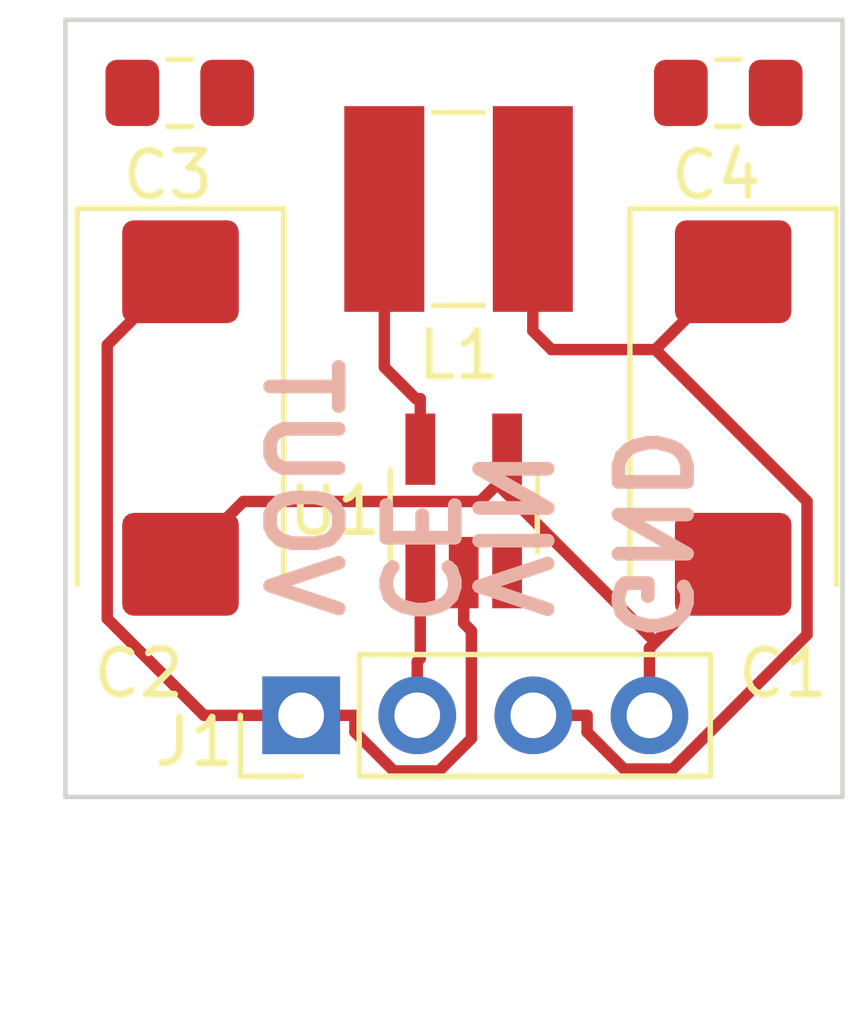
<source format=kicad_pcb>
(kicad_pcb (version 20211014) (generator pcbnew)
  (layers (0 "F.Cu" signal) (31 "B.Cu" signal) (34 "B.Paste" user) (35 "F.Paste" user) (36 "B.SilkS" user "B.Silkscreen") (37 "F.SilkS" user "F.Silkscreen") (38 "B.Mask" user) (39 "F.Mask" user) (44 "Edge.Cuts" user))
  (net 0 "")
  (net 1 "Net-(C1-Pad1)")
  (net 3 "GND")
  (net 4 "Net-(C2-Pad1)")
  (net 5 "Net-(J1-Pad2)")
  (net 6 "Net-(L1-Pad2)")
  (footprint "Connector_PinHeader_2.54mm:PinHeader_1x04_P2.54mm_Vertical" (layer "F.Cu") (at 105.156 115.216 90)
    (fp_text reference "J1" (at -0.584 -2.33) (layer "F.SilkS"))
    (fp_text value "Conn_01x04_Male")
    (fp_line (start -1.33 1.27) (end 1.33 1.27) (layer "F.SilkS") (width 0.12))
    (fp_line (start -1.33 -1.33) (end 0 -1.33) (layer "F.SilkS") (width 0.12))
    (fp_line (start 1.33 1.27) (end 1.33 8.95) (layer "F.SilkS") (width 0.12))
    (fp_line (start -1.33 8.95) (end 1.33 8.95) (layer "F.SilkS") (width 0.12))
    (fp_line (start -1.33 1.27) (end -1.33 8.95) (layer "F.SilkS") (width 0.12))
    (fp_line (start -1.33 0) (end -1.33 -1.33) (layer "F.SilkS") (width 0.12))
    (pad "1" thru_hole rect (at 0 0 90) (size 1.7 1.7) (drill 1) (layers *.Cu *.Mask) (net 4 "Net-(C2-Pad1)"))
    (pad "2" thru_hole oval (at 0 2.54 90) (size 1.7 1.7) (drill 1) (layers *.Cu *.Mask) (net 5 "Net-(J1-Pad2)"))
    (pad "3" thru_hole oval (at 0 5.08 90) (size 1.7 1.7) (drill 1) (layers *.Cu *.Mask) (net 1 "Net-(C1-Pad1)"))
    (pad "4" thru_hole oval (at 0 7.62 90) (size 1.7 1.7) (drill 1) (layers *.Cu *.Mask) (net 3 "GND"))
  )
  (footprint "Capacitor_SMD:C_0805_2012Metric_Pad1.18x1.45mm_HandSolder" (layer "F.Cu") (at 114.5 101.6)
    (fp_text reference "C4" (at -0.261252 1.8) (layer "F.SilkS"))
    (fp_text value "100nF")
    (fp_line (start -0.261252 -0.735) (end 0.261252 -0.735) (layer "F.SilkS") (width 0.12))
    (fp_line (start -0.261252 0.735) (end 0.261252 0.735) (layer "F.SilkS") (width 0.12))
    (pad "1" smd roundrect (at -1.0375 0) (size 1.175 1.45) (layers "F.Cu" "F.Paste" "F.Mask") (roundrect_rratio 0.212766) (net 1 "Net-(C1-Pad1)"))
    (pad "2" smd roundrect (at 1.0375 0) (size 1.175 1.45) (layers "F.Cu" "F.Paste" "F.Mask") (roundrect_rratio 0.212766) (net 3 "GND"))
  )
  (footprint "Capacitor_Tantalum_SMD:CP_EIA-7343-31_Kemet-D_Pad2.25x2.55mm_HandSolder" (layer "F.Cu") (at 114.608 108.712 -90)
    (fp_text reference "C1" (at 5.588 -1.092) (layer "F.SilkS"))
    (fp_text value "10uF")
    (fp_line (start 3.65 -2.26) (end -4.585 -2.26) (layer "F.SilkS") (width 0.12))
    (fp_line (start -4.585 2.26) (end 3.65 2.26) (layer "F.SilkS") (width 0.12))
    (fp_line (start -4.585 -2.26) (end -4.585 2.26) (layer "F.SilkS") (width 0.12))
    (pad "1" smd roundrect (at -3.2 0 270) (size 2.25 2.55) (layers "F.Cu" "F.Paste" "F.Mask") (roundrect_rratio 0.111111) (net 1 "Net-(C1-Pad1)"))
    (pad "2" smd roundrect (at 3.2 0 270) (size 2.25 2.55) (layers "F.Cu" "F.Paste" "F.Mask") (roundrect_rratio 0.111111) (net 3 "GND"))
  )
  (footprint "Package_TO_SOT_SMD:SOT-23-5_HandSoldering" (layer "F.Cu") (at 108.712 110.744 90)
    (fp_text reference "U1" (at 0 -2.812) (layer "F.SilkS"))
    (fp_text value "ME2188")
    (fp_line (start -0.9 1.61) (end 0.9 1.61) (layer "F.SilkS") (width 0.12))
    (fp_line (start 0.9 -1.61) (end -1.55 -1.61) (layer "F.SilkS") (width 0.12))
    (pad "1" smd rect (at -1.35 -0.95 90) (size 1.56 0.65) (layers "F.Cu" "F.Paste" "F.Mask") (net 5 "Net-(J1-Pad2)"))
    (pad "2" smd rect (at -1.35 0 90) (size 1.56 0.65) (layers "F.Cu" "F.Paste" "F.Mask") (net 4 "Net-(C2-Pad1)"))
    (pad "3" smd rect (at -1.35 0.95 90) (size 1.56 0.65) (layers "F.Cu" "F.Paste" "F.Mask"))
    (pad "4" smd rect (at 1.35 0.95 90) (size 1.56 0.65) (layers "F.Cu" "F.Paste" "F.Mask") (net 3 "GND"))
    (pad "5" smd rect (at 1.35 -0.95 90) (size 1.56 0.65) (layers "F.Cu" "F.Paste" "F.Mask") (net 6 "Net-(L1-Pad2)"))
  )
  (footprint "Capacitor_Tantalum_SMD:CP_EIA-7343-31_Kemet-D_Pad2.25x2.55mm_HandSolder" (layer "F.Cu") (at 102.516 108.712 -90)
    (fp_text reference "C2" (at 5.588 0.916) (layer "F.SilkS"))
    (fp_text value "100uF")
    (fp_line (start 3.65 -2.26) (end -4.585 -2.26) (layer "F.SilkS") (width 0.12))
    (fp_line (start -4.585 2.26) (end 3.65 2.26) (layer "F.SilkS") (width 0.12))
    (fp_line (start -4.585 -2.26) (end -4.585 2.26) (layer "F.SilkS") (width 0.12))
    (pad "1" smd roundrect (at -3.2 0 270) (size 2.25 2.55) (layers "F.Cu" "F.Paste" "F.Mask") (roundrect_rratio 0.111111) (net 4 "Net-(C2-Pad1)"))
    (pad "2" smd roundrect (at 3.2 0 270) (size 2.25 2.55) (layers "F.Cu" "F.Paste" "F.Mask") (roundrect_rratio 0.111111) (net 3 "GND"))
  )
  (footprint "Inductor_SMD:L_Ferrocore_DLG-0403" (layer "F.Cu") (at 108.6 104.14 180)
    (fp_text reference "L1" (at 0 -3.2) (layer "F.SilkS"))
    (fp_text value "L")
    (fp_line (start -0.55 2.11) (end 0.55 2.11) (layer "F.SilkS") (width 0.12))
    (fp_line (start -0.55 -2.11) (end 0.55 -2.11) (layer "F.SilkS") (width 0.12))
    (pad "1" smd rect (at -1.625 0 180) (size 1.75 4.5) (layers "F.Cu" "F.Paste" "F.Mask") (net 1 "Net-(C1-Pad1)"))
    (pad "2" smd rect (at 1.625 0 180) (size 1.75 4.5) (layers "F.Cu" "F.Paste" "F.Mask") (net 6 "Net-(L1-Pad2)"))
  )
  (footprint "Capacitor_SMD:C_0805_2012Metric_Pad1.18x1.45mm_HandSolder" (layer "F.Cu") (at 102.5 101.6)
    (fp_text reference "C3" (at -0.261252 1.8) (layer "F.SilkS"))
    (fp_text value "100nF")
    (fp_line (start -0.261252 -0.735) (end 0.261252 -0.735) (layer "F.SilkS") (width 0.12))
    (fp_line (start -0.261252 0.735) (end 0.261252 0.735) (layer "F.SilkS") (width 0.12))
    (pad "1" smd roundrect (at -1.0375 0) (size 1.175 1.45) (layers "F.Cu" "F.Paste" "F.Mask") (roundrect_rratio 0.212766) (net 4 "Net-(C2-Pad1)"))
    (pad "2" smd roundrect (at 1.0375 0) (size 1.175 1.45) (layers "F.Cu" "F.Paste" "F.Mask") (roundrect_rratio 0.212766) (net 3 "GND"))
  )
  (gr_line (start 117 100) (end 117 117) (layer "Edge.Cuts") (width 0.1))
  (gr_line (start 100 100) (end 100 117) (layer "Edge.Cuts") (width 0.1))
  (gr_line (start 100 100) (end 117 100) (layer "Edge.Cuts") (width 0.1))
  (gr_line (start 100 117) (end 117 117) (layer "Edge.Cuts") (width 0.1))
  (gr_text "VOUT" (at 105.156 110.236 -90) (layer "B.SilkS") (effects (font (size 1.5 1.5) (thickness 0.3)) (justify mirror)))
  (gr_text "CE" (at 107.696 111.76 -90) (layer "B.SilkS") (effects (font (size 1.5 1.5) (thickness 0.3)) (justify mirror)))
  (gr_text "GND" (at 112.776 111.252 -90) (layer "B.SilkS") (effects (font (size 1.5 1.5) (thickness 0.3)) (justify mirror)))
  (gr_text "VIN" (at 109.728 111.252 -90) (layer "B.SilkS") (effects (font (size 1.5 1.5) (thickness 0.3)) (justify mirror)))
  (segment (start 112.9047 107.2153) (end 110.632 107.2153) (width 0.25) (layer "F.Cu") (net 1))
  (segment (start 111.4113 115.5834) (end 111.4113 115.216) (width 0.25) (layer "F.Cu") (net 1))
  (segment (start 116.223 110.5336) (end 116.223 113.4522) (width 0.25) (layer "F.Cu") (net 1))
  (segment (start 113.2839 116.3913) (end 112.2192 116.3913) (width 0.25) (layer "F.Cu") (net 1))
  (segment (start 112.9047 107.2153) (end 116.223 110.5336) (width 0.25) (layer "F.Cu") (net 1))
  (segment (start 110.225 106.8083) (end 110.225 104.14) (width 0.25) (layer "F.Cu") (net 1))
  (segment (start 112.2192 116.3913) (end 111.4113 115.5834) (width 0.25) (layer "F.Cu") (net 1))
  (segment (start 110.632 107.2153) (end 110.225 106.8083) (width 0.25) (layer "F.Cu") (net 1))
  (segment (start 116.223 113.4522) (end 113.2839 116.3913) (width 0.25) (layer "F.Cu") (net 1))
  (segment (start 110.236 115.216) (end 111.4113 115.216) (width 0.25) (layer "F.Cu") (net 1))
  (segment (start 114.608 105.512) (end 112.9047 107.2153) (width 0.25) (layer "F.Cu") (net 1))
  (segment (start 102.516 111.912) (end 103.8897 110.5383) (width 0.25) (layer "F.Cu") (net 3))
  (segment (start 112.776 113.744) (end 112.776 115.216) (width 0.25) (layer "F.Cu") (net 3))
  (segment (start 109.4495 110.1591) (end 109.662 109.9466) (width 0.25) (layer "F.Cu") (net 3))
  (segment (start 114.608 111.912) (end 112.9052 113.6148) (width 0.25) (layer "F.Cu") (net 3))
  (segment (start 103.8897 110.5383) (end 109.0703 110.5383) (width 0.25) (layer "F.Cu") (net 3))
  (segment (start 109.662 109.394) (end 109.662 109.9466) (width 0.25) (layer "F.Cu") (net 3))
  (segment (start 112.9052 113.6148) (end 112.776 113.744) (width 0.25) (layer "F.Cu") (net 3))
  (segment (start 109.4495 110.1591) (end 112.9052 113.6148) (width 0.25) (layer "F.Cu") (net 3))
  (segment (start 109.0703 110.5383) (end 109.4495 110.1591) (width 0.25) (layer "F.Cu") (net 3))
  (segment (start 107.1799 116.4319) (end 108.1732 116.4319) (width 0.25) (layer "F.Cu") (net 4))
  (segment (start 106.3313 115.216) (end 106.3313 115.5833) (width 0.25) (layer "F.Cu") (net 4))
  (segment (start 105.156 115.216) (end 106.3313 115.216) (width 0.25) (layer "F.Cu") (net 4))
  (segment (start 106.3313 115.5833) (end 107.1799 116.4319) (width 0.25) (layer "F.Cu") (net 4))
  (segment (start 108.8805 115.7246) (end 108.8805 113.3678) (width 0.25) (layer "F.Cu") (net 4))
  (segment (start 100.9143 107.1137) (end 100.9143 113.1023) (width 0.25) (layer "F.Cu") (net 4))
  (segment (start 102.516 105.512) (end 100.9143 107.1137) (width 0.25) (layer "F.Cu") (net 4))
  (segment (start 103.028 115.216) (end 105.156 115.216) (width 0.25) (layer "F.Cu") (net 4))
  (segment (start 108.712 112.094) (end 108.712 113.1993) (width 0.25) (layer "F.Cu") (net 4))
  (segment (start 108.1732 116.4319) (end 108.8805 115.7246) (width 0.25) (layer "F.Cu") (net 4))
  (segment (start 108.8805 113.3678) (end 108.712 113.1993) (width 0.25) (layer "F.Cu") (net 4))
  (segment (start 100.9143 113.1023) (end 103.028 115.216) (width 0.25) (layer "F.Cu") (net 4))
  (segment (start 107.696 115.216) (end 107.696 114.0407) (width 0.25) (layer "F.Cu") (net 5))
  (segment (start 107.762 112.094) (end 107.762 113.9747) (width 0.25) (layer "F.Cu") (net 5))
  (segment (start 107.762 113.9747) (end 107.696 114.0407) (width 0.25) (layer "F.Cu") (net 5))
  (segment (start 107.762 108.2887) (end 107.6654 108.2887) (width 0.25) (layer "F.Cu") (net 6))
  (segment (start 107.762 109.394) (end 107.762 108.2887) (width 0.25) (layer "F.Cu") (net 6))
  (segment (start 106.975 107.5983) (end 106.975 104.14) (width 0.25) (layer "F.Cu") (net 6))
  (segment (start 107.6654 108.2887) (end 106.975 107.5983) (width 0.25) (layer "F.Cu") (net 6))
)
</source>
